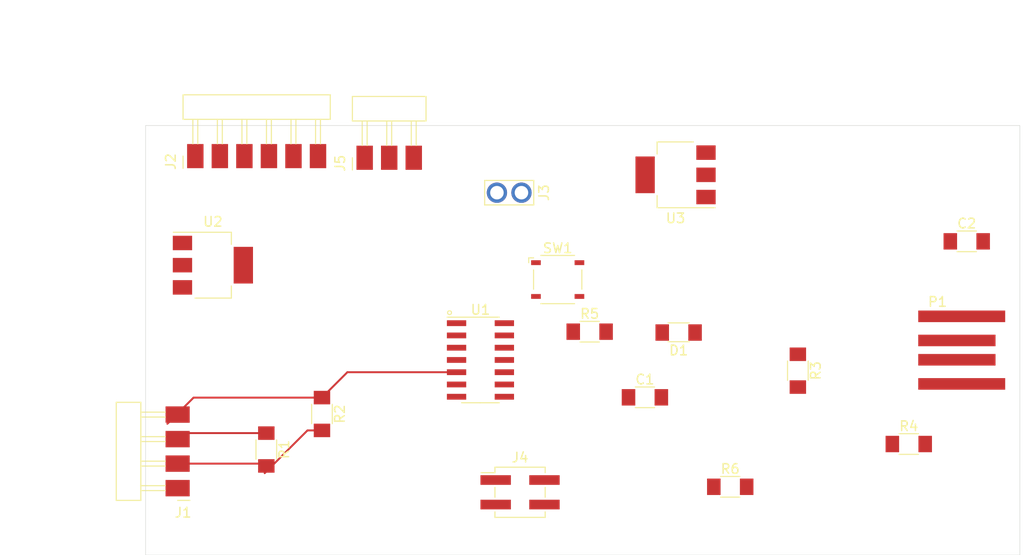
<source format=kicad_pcb>
(kicad_pcb (version 20240108) (generator "pcbnew") (generator_version "8.0")
  (layers (0 "F.Cu" signal) (31 "B.Cu" signal) (34 "B.Paste" user) (35 "F.Paste" user) (36 "B.SilkS" user "B.Silkscreen") (37 "F.SilkS" user "F.Silkscreen") (38 "B.Mask" user) (39 "F.Mask" user) (44 "Edge.Cuts" user))
  (net 0 "")
  (net 1 "SDA")
  (net 2 "SCL")
  (net 3 "PWR_5V")
  (net 4 "PWR_GND")
  (net 5 "4")
  (net 6 "5")
  (net 7 "TX")
  (net 8 "RX")
  (net 9 "PWR_3V3")
  (net 10 "PWR_9V")
  (net 11 "25+")
  (net 12 "24-")
  (net 13 "2")
  (net 14 "DIO")
  (net 15 "CLK")
  (net 16 "RST")
  (net 17 "Net-(C1-Pad1)")
  (net 18 "Net-(D1-A)")
  (footprint "Fabac:SOT-223-3_TabPin2" (layer "F.Cu") (at 141.97 72.47)
    (property "Reference" "U2" (at 0 -4.5 0) (layer "F.SilkS"))
    (property "Value" "Regulator_Linear_5.0V_1A_OnSemi")
    (fp_line (start -4.1 -3.41) (end 1.91 -3.41) (stroke (width 0.12)) (layer "F.SilkS"))
    (fp_line (start -1.85 3.41) (end 1.91 3.41) (stroke (width 0.12)) (layer "F.SilkS"))
    (fp_line (start 1.91 -3.41) (end 1.91 -2.15) (stroke (width 0.12)) (layer "F.SilkS"))
    (fp_line (start 1.91 3.41) (end 1.91 2.15) (stroke (width 0.12)) (layer "F.SilkS"))
    (pad "1" smd rect (at -3.15 -2.3) (size 2 1.5) (layers "F.Cu" "F.Paste" "F.Mask") (net 4 "PWR_GND"))
    (pad "2" smd rect (at -3.15 0) (size 2 1.5) (layers "F.Cu" "F.Paste" "F.Mask") (net 10 "PWR_9V"))
    (pad "2" smd rect (at 3.15 0) (size 2 3.8) (layers "F.Cu" "F.Paste" "F.Mask") (net 10 "PWR_9V"))
    (pad "3" smd rect (at -3.15 2.3) (size 2 1.5) (layers "F.Cu" "F.Paste" "F.Mask") (net 3 "PWR_5V"))
  )
  (footprint "Fabac:R_1206" (layer "F.Cu") (at 153.26 87.89 -90)
    (property "Reference" "R2" (at 0 -1.85 90) (layer "F.SilkS"))
    (property "Value" "R_1206")
    (fp_line (start 1 1.07) (end -1 1.07) (stroke (width 0.12)) (layer "F.SilkS"))
    (fp_line (start -1 -1.07) (end 1 -1.07) (stroke (width 0.12)) (layer "F.SilkS"))
    (pad "1" smd rect (at -1.7 0 270) (size 1.4 1.7) (layers "F.Cu" "F.Paste" "F.Mask") (net 2 "SCL"))
    (pad "2" smd rect (at 1.7 0 270) (size 1.4 1.7) (layers "F.Cu" "F.Paste" "F.Mask") (net 3 "PWR_5V"))
  )
  (footprint "Fabac:PinHeader_1x02_P2.54mm_Vertical_THT_D1.4mm" (layer "F.Cu") (at 173.91 64.96 -90)
    (property "Reference" "J3" (at 0 -2.33 90) (layer "F.SilkS"))
    (property "Value" "Conn_PinHeader_1x02_P2.54mm_Vertical_THT_D1.4mm")
    (fp_line (start -1.27 3.81) (end 1.27 3.81) (stroke (width 0.12)) (layer "F.SilkS"))
    (fp_line (start -1.27 -1.27) (end -1.27 3.81) (stroke (width 0.12)) (layer "F.SilkS"))
    (fp_line (start -1.27 -1.27) (end 1.27 -1.27) (stroke (width 0.12)) (layer "F.SilkS"))
    (fp_line (start 1.27 -1.27) (end 1.27 3.81) (stroke (width 0.12)) (layer "F.SilkS"))
    (pad "1" thru_hole circle (at 0 0 270) (size 2.1 2.1) (drill 1.4) (layers "*.Cu" "*.Mask") (net 10 "PWR_9V"))
    (pad "2" thru_hole circle (at 0 2.54 270) (size 2.1 2.1) (drill 1.4) (layers "*.Cu" "*.Mask") (net 4 "PWR_GND"))
  )
  (footprint "Fabac:R_1206" (layer "F.Cu") (at 147.5 91.57 -90)
    (property "Reference" "R1" (at 0 -1.85 90) (layer "F.SilkS"))
    (property "Value" "R_1206")
    (fp_line (start 1 1.07) (end -1 1.07) (stroke (width 0.12)) (layer "F.SilkS"))
    (fp_line (start -1 -1.07) (end 1 -1.07) (stroke (width 0.12)) (layer "F.SilkS"))
    (pad "1" smd rect (at -1.7 0 270) (size 1.4 1.7) (layers "F.Cu" "F.Paste" "F.Mask") (net 1 "SDA"))
    (pad "2" smd rect (at 1.7 0 270) (size 1.4 1.7) (layers "F.Cu" "F.Paste" "F.Mask") (net 3 "PWR_5V"))
  )
  (footprint "Fabac:Conn_USB_A_Plain" (layer "F.Cu") (at 219.48 81.27)
    (property "Reference" "P1" (at -2.5 -5 0) (layer "F.SilkS"))
    (property "Value" "Conn_USB_A_Plain")
    (pad "1" smd rect (at 0 -3.5) (size 9 1.2) (layers "F.Cu" "F.Paste" "F.Mask") (net 3 "PWR_5V"))
    (pad "2" smd rect (at -0.5 -1) (size 8 1.2) (layers "F.Cu" "F.Paste" "F.Mask") (net 12 "24-"))
    (pad "3" smd rect (at -0.5 1) (size 8 1.2) (layers "F.Cu" "F.Paste" "F.Mask") (net 11 "25+"))
    (pad "4" smd rect (at 0 3.5) (size 9 1.2) (layers "F.Cu" "F.Paste" "F.Mask") (net 4 "PWR_GND"))
  )
  (footprint "Fabac:LED_1206" (layer "F.Cu") (at 190.18 79.45 180)
    (property "Reference" "D1" (at 0 -1.85 180) (layer "F.SilkS"))
    (property "Value" "LED_1206")
    (fp_line (start -1.1 1) (end 1.1 1) (stroke (width 0.12)) (layer "F.SilkS"))
    (fp_line (start -1.1 -0.95) (end 1.1 -0.95) (stroke (width 0.12)) (layer "F.SilkS"))
    (pad "1" smd rect (at -1.7 0 180) (size 1.4 1.7) (layers "F.Cu" "F.Paste" "F.Mask") (net 4 "PWR_GND"))
    (pad "2" smd rect (at 1.7 0 180) (size 1.4 1.7) (layers "F.Cu" "F.Paste" "F.Mask") (net 18 "Net-(D1-A)"))
  )
  (footprint "Fabac:Button_ESwitch_TL3315NF100Q_4.5x4.5mm" (layer "F.Cu") (at 177.66 73.96)
    (property "Reference" "SW1" (at 0 -3.25 0) (layer "F.SilkS"))
    (property "Value" "Switch_Tactile_ESwitch")
    (fp_line (start -3 -2.25) (end -2.5 -2.25) (stroke (width 0.12)) (layer "F.SilkS"))
    (fp_line (start -3 -1.75) (end -3 -2.25) (stroke (width 0.12)) (layer "F.SilkS"))
    (fp_line (start -2.5 -1) (end -2.5 1) (stroke (width 0.12)) (layer "F.SilkS"))
    (fp_line (start -1.75 -2.5) (end 1.75 -2.5) (stroke (width 0.12)) (layer "F.SilkS"))
    (fp_line (start -1.75 2.5) (end 1.75 2.5) (stroke (width 0.12)) (layer "F.SilkS"))
    (fp_line (start 2.5 -1) (end 2.5 1) (stroke (width 0.12)) (layer "F.SilkS"))
    (pad "1" smd rect (at -2.25 -1.75) (size 1 0.5) (layers "F.Cu" "F.Paste" "F.Mask") (net 9 "PWR_3V3"))
    (pad "2" smd rect (at 2.25 -1.75) (size 1 0.5) (layers "F.Cu" "F.Paste" "F.Mask") (net 9 "PWR_3V3"))
    (pad "3" smd rect (at -2.25 1.75) (size 1 0.5) (layers "F.Cu" "F.Paste" "F.Mask") (net 5 "4"))
    (pad "4" smd rect (at 2.25 1.75) (size 1 0.5) (layers "F.Cu" "F.Paste" "F.Mask") (net 5 "4"))
  )
  (footprint "Fabac:C_1206" (layer "F.Cu") (at 186.69 86.16)
    (property "Reference" "C1" (at 0 -1.85 0) (layer "F.SilkS"))
    (property "Value" "C_1206")
    (fp_line (start -1 -1.07) (end 1 -1.07) (stroke (width 0.12)) (layer "F.SilkS"))
    (fp_line (start 1 1.07) (end -1 1.07) (stroke (width 0.12)) (layer "F.SilkS"))
    (pad "1" smd rect (at -1.7 0) (size 1.4 1.7) (layers "F.Cu" "F.Paste" "F.Mask") (net 17 "Net-(C1-Pad1)"))
    (pad "2" smd rect (at 1.7 0) (size 1.4 1.7) (layers "F.Cu" "F.Paste" "F.Mask") (net 4 "PWR_GND"))
  )
  (footprint "Fabac:PinHeader_1x04_P2.54mm_Horizontal_SMD" (layer "F.Cu") (at 138.32 95.57 180)
    (property "Reference" "J1" (at -1.524 -2.54 180) (layer "F.SilkS") (effects (justify right)))
    (property "Value" "Conn_PinHeader_1x04_P2.54mm_Horizontal_SMD")
    (fp_line (start 6.35 8.89) (end 3.81 8.89) (stroke (width 0.12)) (layer "F.SilkS"))
    (fp_line (start 6.35 -1.27) (end 6.35 8.89) (stroke (width 0.12)) (layer "F.SilkS"))
    (fp_line (start 3.81 8.89) (end 3.81 -1.27) (stroke (width 0.12)) (layer "F.SilkS"))
    (fp_line (start 3.81 7.874) (end 1.27 7.874) (stroke (width 0.12)) (layer "F.SilkS"))
    (fp_line (start 3.81 7.366) (end 1.27 7.366) (stroke (width 0.12)) (layer "F.SilkS"))
    (fp_line (start 3.81 5.334) (end 1.27 5.334) (stroke (width 0.12)) (layer "F.SilkS"))
    (fp_line (start 3.81 4.826) (end 1.27 4.826) (stroke (width 0.12)) (layer "F.SilkS"))
    (fp_line (start 3.81 2.794) (end 1.27 2.794) (stroke (width 0.12)) (layer "F.SilkS"))
    (fp_line (start 3.81 2.286) (end 1.27 2.286) (stroke (width 0.12)) (layer "F.SilkS"))
    (fp_line (start 3.81 0.254) (end 1.27 0.254) (stroke (width 0.12)) (layer "F.SilkS"))
    (fp_line (start 3.81 -0.254) (end 1.27 -0.254) (stroke (width 0.12)) (layer "F.SilkS"))
    (fp_line (start 3.81 -1.27) (end 6.35 -1.27) (stroke (width 0.12)) (layer "F.SilkS"))
    (fp_line (start -1.27 -1.27) (end 0 -1.27) (stroke (width 0.12)) (layer "F.SilkS"))
    (pad "1" smd rect (at 0 0 180) (size 2.5 1.7) (layers "F.Cu" "F.Paste" "F.Mask") (net 4 "PWR_GND"))
    (pad "2" smd rect (at 0 2.54 180) (size 2.5 1.7) (layers "F.Cu" "F.Paste" "F.Mask") (net 3 "PWR_5V"))
    (pad "3" smd rect (at 0 5.08 180) (size 2.5 1.7) (layers "F.Cu" "F.Paste" "F.Mask") (net 1 "SDA"))
    (pad "4" smd rect (at 0 7.62 180) (size 2.5 1.7) (layers "F.Cu" "F.Paste" "F.Mask") (net 2 "SCL"))
  )
  (footprint "Fabac:SOIC-14_3.9x8.7mm_P1.27mm" (layer "F.Cu") (at 169.665 82.29)
    (property "Reference" "U1" (at 0 -5.2 360) (layer "F.SilkS"))
    (property "Value" "Microcontroller_ATSAMD11C14A-SSUT")
    (fp_line (start 0 -4.435) (end -3.45 -4.435) (stroke (width 0.12)) (layer "F.SilkS"))
    (fp_line (start 0 -4.435) (end 1.95 -4.435) (stroke (width 0.12)) (layer "F.SilkS"))
    (fp_line (start 0 4.435) (end -1.95 4.435) (stroke (width 0.12)) (layer "F.SilkS"))
    (fp_line (start 0 4.435) (end 1.95 4.435) (stroke (width 0.12)) (layer "F.SilkS"))
    (fp_circle (center -3.2 -4.9) (end -3.2 -4.7) (stroke (width 0.12)) (fill none) (layer "F.SilkS"))
    (pad "1" smd rect (at -2.475 -3.81) (size 2 0.6) (layers "F.Cu" "F.Paste" "F.Mask") (net 6 "5"))
    (pad "2" smd rect (at -2.475 -2.54) (size 2 0.6) (layers "F.Cu" "F.Paste" "F.Mask") (net 7 "TX"))
    (pad "3" smd rect (at -2.475 -1.27) (size 2 0.6) (layers "F.Cu" "F.Paste" "F.Mask") (net 8 "RX"))
    (pad "4" smd rect (at -2.475 0) (size 2 0.6) (layers "F.Cu" "F.Paste" "F.Mask") (net 1 "SDA"))
    (pad "5" smd rect (at -2.475 1.27) (size 2 0.6) (layers "F.Cu" "F.Paste" "F.Mask") (net 2 "SCL"))
    (pad "6" smd rect (at -2.475 2.54) (size 2 0.6) (layers "F.Cu" "F.Paste" "F.Mask") (net 16 "RST"))
    (pad "7" smd rect (at -2.475 3.81) (size 2 0.6) (layers "F.Cu" "F.Paste" "F.Mask") (net 15 "CLK"))
    (pad "8" smd rect (at 2.475 3.81) (size 2 0.6) (layers "F.Cu" "F.Paste" "F.Mask") (net 14 "DIO"))
    (pad "9" smd rect (at 2.475 2.54) (size 2 0.6) (layers "F.Cu" "F.Paste" "F.Mask") (net 12 "24-"))
    (pad "10" smd rect (at 2.475 1.27) (size 2 0.6) (layers "F.Cu" "F.Paste" "F.Mask") (net 11 "25+"))
    (pad "11" smd rect (at 2.475 0) (size 2 0.6) (layers "F.Cu" "F.Paste" "F.Mask") (net 4 "PWR_GND"))
    (pad "12" smd rect (at 2.475 -1.27) (size 2 0.6) (layers "F.Cu" "F.Paste" "F.Mask") (net 9 "PWR_3V3"))
    (pad "13" smd rect (at 2.475 -2.54) (size 2 0.6) (layers "F.Cu" "F.Paste" "F.Mask") (net 13 "2"))
    (pad "14" smd rect (at 2.475 -3.81) (size 2 0.6) (layers "F.Cu" "F.Paste" "F.Mask") (net 5 "4"))
  )
  (footprint "Fabac:R_1206" (layer "F.Cu") (at 180.97 79.36)
    (property "Reference" "R5" (at 0 -1.85 0) (layer "F.SilkS"))
    (property "Value" "R_1206")
    (fp_line (start -1 -1.07) (end 1 -1.07) (stroke (width 0.12)) (layer "F.SilkS"))
    (fp_line (start 1 1.07) (end -1 1.07) (stroke (width 0.12)) (layer "F.SilkS"))
    (pad "1" smd rect (at -1.7 0) (size 1.4 1.7) (layers "F.Cu" "F.Paste" "F.Mask") (net 13 "2"))
    (pad "2" smd rect (at 1.7 0) (size 1.4 1.7) (layers "F.Cu" "F.Paste" "F.Mask") (net 18 "Net-(D1-A)"))
  )
  (footprint "Fabac:PinHeader_1x03_P2.54mm_Horizontal_SMD" (layer "F.Cu") (at 157.68 61.34 90)
    (property "Reference" "J5" (at -1.524 -2.54 -90) (layer "F.SilkS") (effects (justify left)))
    (property "Value" "Conn_PinHeader_1x03_P2.54mm_Horizontal_SMD")
    (fp_line (start 6.35 -1.27) (end 6.35 6.35) (stroke (width 0.12)) (layer "F.SilkS"))
    (fp_line (start 3.81 -1.27) (end 6.35 -1.27) (stroke (width 0.12)) (layer "F.SilkS"))
    (fp_line (start -1.27 -1.27) (end 0 -1.27) (stroke (width 0.12)) (layer "F.SilkS"))
    (fp_line (start 3.81 -0.254) (end 1.27 -0.254) (stroke (width 0.12)) (layer "F.SilkS"))
    (fp_line (start 3.81 0.254) (end 1.27 0.254) (stroke (width 0.12)) (layer "F.SilkS"))
    (fp_line (start 3.81 2.286) (end 1.27 2.286) (stroke (width 0.12)) (layer "F.SilkS"))
    (fp_line (start 3.81 2.794) (end 1.27 2.794) (stroke (width 0.12)) (layer "F.SilkS"))
    (fp_line (start 3.81 4.826) (end 1.27 4.826) (stroke (width 0.12)) (layer "F.SilkS"))
    (fp_line (start 3.81 5.334) (end 1.27 5.334) (stroke (width 0.12)) (layer "F.SilkS"))
    (fp_line (start 6.35 6.35) (end 3.81 6.35) (stroke (width 0.12)) (layer "F.SilkS"))
    (fp_line (start 3.81 6.35) (end 3.81 -1.27) (stroke (width 0.12)) (layer "F.SilkS"))
    (pad "1" smd rect (at 0 0 90) (size 2.5 1.7) (layers "F.Cu" "F.Paste" "F.Mask") (net 4 "PWR_GND"))
    (pad "2" smd rect (at 0 2.54 90) (size 2.5 1.7) (layers "F.Cu" "F.Paste" "F.Mask") (net 10 "PWR_9V"))
    (pad "3" smd rect (at 0 5.08 90) (size 2.5 1.7) (layers "F.Cu" "F.Paste" "F.Mask") (net 3 "PWR_5V"))
  )
  (footprint "Fabac:SOT-223-3_TabPin2" (layer "F.Cu") (at 189.86 63.11 180)
    (property "Reference" "U3" (at 0 -4.5 180) (layer "F.SilkS"))
    (property "Value" "Regulator_Linear_3.3V_1A_DiodesIncorporated")
    (fp_line (start 1.91 3.41) (end 1.91 2.15) (stroke (width 0.12)) (layer "F.SilkS"))
    (fp_line (start 1.91 -3.41) (end 1.91 -2.15) (stroke (width 0.12)) (layer "F.SilkS"))
    (fp_line (start -1.85 3.41) (end 1.91 3.41) (stroke (width 0.12)) (layer "F.SilkS"))
    (fp_line (start -4.1 -3.41) (end 1.91 -3.41) (stroke (width 0.12)) (layer "F.SilkS"))
    (pad "1" smd rect (at -3.15 -2.3 180) (size 2 1.5) (layers "F.Cu" "F.Paste" "F.Mask") (net 4 "PWR_GND"))
    (pad "2" smd rect (at -3.15 0 180) (size 2 1.5) (layers "F.Cu" "F.Paste" "F.Mask") (net 9 "PWR_3V3"))
    (pad "2" smd rect (at 3.15 0 180) (size 2 3.8) (layers "F.Cu" "F.Paste" "F.Mask") (net 9 "PWR_3V3"))
    (pad "3" smd rect (at -3.15 2.3 180) (size 2 1.5) (layers "F.Cu" "F.Paste" "F.Mask") (net 3 "PWR_5V"))
  )
  (footprint "Connector_PinHeader_2.54mm:PinHeader_2x02_P2.54mm_Vertical_SMD" (layer "F.Cu") (at 173.765 96)
    (property "Reference" "J4" (at 0 -3.6 0) (layer "F.SilkS"))
    (property "Value" "Conn_PinHeader_2x02_P2.54mm_Vertical_SMD")
    (fp_line (start -4.04 -2.03) (end -2.6 -2.03) (stroke (width 0.12)) (layer "F.SilkS"))
    (fp_line (start -2.6 -2.6) (end -2.6 -2.03) (stroke (width 0.12)) (layer "F.SilkS"))
    (fp_line (start -2.6 -2.6) (end 2.6 -2.6) (stroke (width 0.12)) (layer "F.SilkS"))
    (fp_line (start -2.6 -0.51) (end -2.6 0.51) (stroke (width 0.12)) (layer "F.SilkS"))
    (fp_line (start -2.6 2.03) (end -2.6 2.6) (stroke (width 0.12)) (layer "F.SilkS"))
    (fp_line (start -2.6 2.6) (end 2.6 2.6) (stroke (width 0.12)) (layer "F.SilkS"))
    (fp_line (start 2.6 -2.6) (end 2.6 -2.03) (stroke (width 0.12)) (layer "F.SilkS"))
    (fp_line (start 2.6 -0.51) (end 2.6 0.51) (stroke (width 0.12)) (layer "F.SilkS"))
    (fp_line (start 2.6 2.03) (end 2.6 2.6) (stroke (width 0.12)) (layer "F.SilkS"))
    (pad "1" smd rect (at -2.525 -1.27) (size 3.15 1) (layers "F.Cu" "F.Paste" "F.Mask") (net 15 "CLK"))
    (pad "2" smd rect (at 2.525 -1.27) (size 3.15 1) (layers "F.Cu" "F.Paste" "F.Mask") (net 14 "DIO"))
    (pad "3" smd rect (at -2.525 1.27) (size 3.15 1) (layers "F.Cu" "F.Paste" "F.Mask") (net 16 "RST"))
    (pad "4" smd rect (at 2.525 1.27) (size 3.15 1) (layers "F.Cu" "F.Paste" "F.Mask") (net 4 "PWR_GND"))
  )
  (footprint "Fabac:PinHeader_1x06_P2.54mm_Horizontal_SMD" (layer "F.Cu") (at 140.15 61.17 90)
    (property "Reference" "J2" (at -1.524 -2.54 -90) (layer "F.SilkS") (effects (justify left)))
    (property "Value" "Conn_PinHeader_1x06_P2.54mm_Horizontal_SMD")
    (fp_line (start 6.35 -1.27) (end 6.35 13.97) (stroke (width 0.12)) (layer "F.SilkS"))
    (fp_line (start 3.81 -1.27) (end 6.35 -1.27) (stroke (width 0.12)) (layer "F.SilkS"))
    (fp_line (start -1.27 -1.27) (end 0 -1.27) (stroke (width 0.12)) (layer "F.SilkS"))
    (fp_line (start 3.81 -0.254) (end 1.27 -0.254) (stroke (width 0.12)) (layer "F.SilkS"))
    (fp_line (start 3.81 0.254) (end 1.27 0.254) (stroke (width 0.12)) (layer "F.SilkS"))
    (fp_line (start 3.81 2.286) (end 1.27 2.286) (stroke (width 0.12)) (layer "F.SilkS"))
    (fp_line (start 3.81 2.794) (end 1.27 2.794) (stroke (width 0.12)) (layer "F.SilkS"))
    (fp_line (start 3.81 4.826) (end 1.27 4.826) (stroke (width 0.12)) (layer "F.SilkS"))
    (fp_line (start 3.81 5.334) (end 1.27 5.334) (stroke (width 0.12)) (layer "F.SilkS"))
    (fp_line (start 3.81 7.366) (end 1.27 7.366) (stroke (width 0.12)) (layer "F.SilkS"))
    (fp_line (start 3.81 7.874) (end 1.27 7.874) (stroke (width 0.12)) (layer "F.SilkS"))
    (fp_line (start 3.81 9.906) (end 1.27 9.906) (stroke (width 0.12)) (layer "F.SilkS"))
    (fp_line (start 3.81 10.414) (end 1.27 10.414) (stroke (width 0.12)) (layer "F.SilkS"))
    (fp_line (start 3.81 12.446) (end 1.27 12.446) (stroke (width 0.12)) (layer "F.SilkS"))
    (fp_line (start 3.81 12.954) (end 1.27 12.954) (stroke (width 0.12)) (layer "F.SilkS"))
    (fp_line (start 6.35 13.97) (end 3.81 13.97) (stroke (width 0.12)) (layer "F.SilkS"))
    (fp_line (start 3.81 13.97) (end 3.81 -1.27) (stroke (width 0.12)) (layer "F.SilkS"))
    (pad "1" smd rect (at 0 0 90) (size 2.5 1.7) (layers "F.Cu" "F.Paste" "F.Mask") (net 4 "PWR_GND"))
    (pad "2" smd rect (at 0 2.54 90) (size 2.5 1.7) (layers "F.Cu" "F.Paste" "F.Mask") (net 8 "RX"))
    (pad "3" smd rect (at 0 5.08 90) (size 2.5 1.7) (layers "F.Cu" "F.Paste" "F.Mask") (net 7 "TX"))
    (pad "4" smd rect (at 0 7.62 90) (size 2.5 1.7) (layers "F.Cu" "F.Paste" "F.Mask") (net 6 "5"))
    (pad "5" smd rect (at 0 10.16 90) (size 2.5 1.7) (layers "F.Cu" "F.Paste" "F.Mask") (net 5 "4"))
    (pad "6" smd rect (at 0 12.7 90) (size 2.5 1.7) (layers "F.Cu" "F.Paste" "F.Mask") (net 9 "PWR_3V3"))
  )
  (footprint "Fabac:R_1206" (layer "F.Cu") (at 202.52 83.4 -90)
    (property "Reference" "R3" (at 0 -1.85 90) (layer "F.SilkS"))
    (property "Value" "R_1206")
    (fp_line (start 1 1.07) (end -1 1.07) (stroke (width 0.12)) (layer "F.SilkS"))
    (fp_line (start -1 -1.07) (end 1 -1.07) (stroke (width 0.12)) (layer "F.SilkS"))
    (pad "1" smd rect (at -1.7 0 270) (size 1.4 1.7) (layers "F.Cu" "F.Paste" "F.Mask") (net 12 "24-"))
    (pad "2" smd rect (at 1.7 0 270) (size 1.4 1.7) (layers "F.Cu" "F.Paste" "F.Mask") (net 11 "25+"))
  )
  (footprint "Fabac:R_1206" (layer "F.Cu") (at 195.52 95.43)
    (property "Reference" "R6" (at 0 -1.85 0) (layer "F.SilkS"))
    (property "Value" "R_1206")
    (fp_line (start -1 -1.07) (end 1 -1.07) (stroke (width 0.12)) (layer "F.SilkS"))
    (fp_line (start 1 1.07) (end -1 1.07) (stroke (width 0.12)) (layer "F.SilkS"))
    (pad "1" smd rect (at -1.7 0) (size 1.4 1.7) (layers "F.Cu" "F.Paste" "F.Mask") (net 5 "4"))
    (pad "2" smd rect (at 1.7 0) (size 1.4 1.7) (layers "F.Cu" "F.Paste" "F.Mask") (net 4 "PWR_GND"))
  )
  (footprint "Fabac:R_1206" (layer "F.Cu") (at 214 91)
    (property "Reference" "R4" (at 0 -1.85 0) (layer "F.SilkS"))
    (property "Value" "R_1206")
    (fp_line (start -1 -1.07) (end 1 -1.07) (stroke (width 0.12)) (layer "F.SilkS"))
    (fp_line (start 1 1.07) (end -1 1.07) (stroke (width 0.12)) (layer "F.SilkS"))
    (pad "1" smd rect (at -1.7 0) (size 1.4 1.7) (layers "F.Cu" "F.Paste" "F.Mask") (net 9 "PWR_3V3"))
    (pad "2" smd rect (at 1.7 0) (size 1.4 1.7) (layers "F.Cu" "F.Paste" "F.Mask") (net 17 "Net-(C1-Pad1)"))
  )
  (footprint "Fabac:C_1206" (layer "F.Cu") (at 220 70)
    (property "Reference" "C2" (at 0 -1.85 0) (layer "F.SilkS"))
    (property "Value" "C_1206")
    (fp_line (start -1 -1.07) (end 1 -1.07) (stroke (width 0.12)) (layer "F.SilkS"))
    (fp_line (start 1 1.07) (end -1 1.07) (stroke (width 0.12)) (layer "F.SilkS"))
    (pad "1" smd rect (at -1.7 0) (size 1.4 1.7) (layers "F.Cu" "F.Paste" "F.Mask") (net 9 "PWR_3V3"))
    (pad "2" smd rect (at 1.7 0) (size 1.4 1.7) (layers "F.Cu" "F.Paste" "F.Mask") (net 4 "PWR_GND"))
  )
  (gr_rect (start 135 58) (end 225.5 102.5) (stroke (width 0.05)) (fill none) (layer "Edge.Cuts"))
  (segment (start 147.5 89.87) (end 138.94 89.87) (width 0.2) (layer "F.Cu") (net 1))
  (segment (start 138.94 89.87) (end 138.32 90.49) (width 0.2) (layer "F.Cu") (net 1))
  (segment (start 153.26 86.19) (end 139.97 86.19) (width 0.2) (layer "F.Cu") (net 2))
  (segment (start 153.26 86.19) (end 155.89 83.56) (width 0.2) (layer "F.Cu") (net 2))
  (segment (start 139.97 86.19) (end 137.26 88.9) (width 0.2) (layer "F.Cu") (net 2))
  (segment (start 155.89 83.56) (end 167.19 83.56) (width 0.2) (layer "F.Cu") (net 2))
  (segment (start 138.32 93.03) (end 147.26 93.03) (width 0.2) (layer "F.Cu") (net 3))
  (segment (start 147.26 93.03) (end 147.5 93.27) (width 0.2) (layer "F.Cu") (net 3))
  (segment (start 153.26 89.59) (end 151.76 89.59) (width 0.2) (layer "F.Cu") (net 3))
  (segment (start 151.76 89.59) (end 147.33 94.02) (width 0.2) (layer "F.Cu") (net 3))
)
</source>
